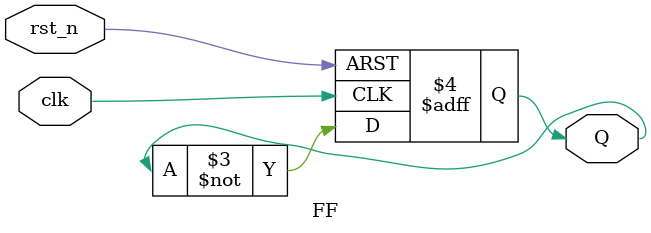
<source format=v>
module FF (
	input clk,  
	input rst_n,  
	output reg Q
);

	always @(posedge clk or negedge rst_n) begin
		if(~rst_n) begin
			Q <= 0;
		end else begin
			Q <= ~Q;
		end
	end

endmodule
</source>
